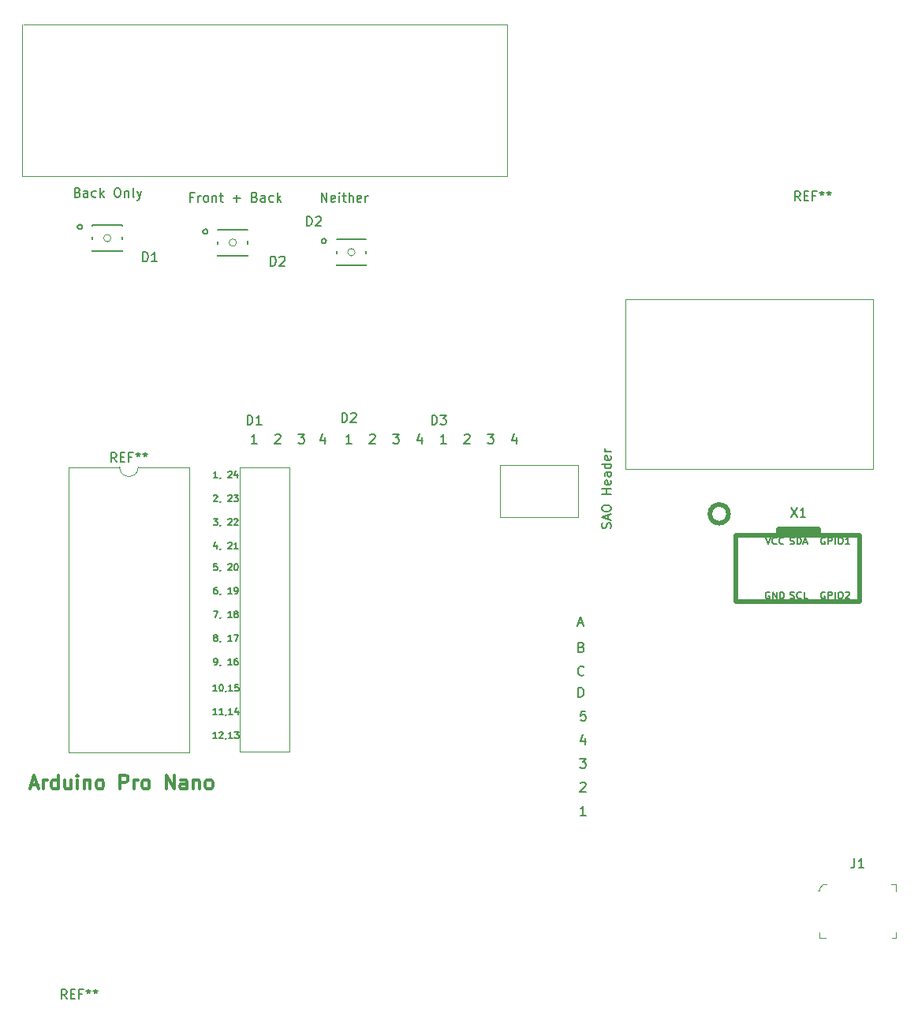
<source format=gbr>
G04 #@! TF.GenerationSoftware,KiCad,Pcbnew,(5.1.4)-1*
G04 #@! TF.CreationDate,2019-09-21T18:09:15-04:00*
G04 #@! TF.ProjectId,test2,74657374-322e-46b6-9963-61645f706362,rev?*
G04 #@! TF.SameCoordinates,Original*
G04 #@! TF.FileFunction,Legend,Top*
G04 #@! TF.FilePolarity,Positive*
%FSLAX46Y46*%
G04 Gerber Fmt 4.6, Leading zero omitted, Abs format (unit mm)*
G04 Created by KiCad (PCBNEW (5.1.4)-1) date 2019-09-21 18:09:15*
%MOMM*%
%LPD*%
G04 APERTURE LIST*
%ADD10C,0.150000*%
%ADD11C,0.120000*%
%ADD12C,0.300000*%
%ADD13C,0.100000*%
%ADD14C,0.127000*%
%ADD15C,0.063500*%
%ADD16C,0.500000*%
%ADD17C,0.152400*%
G04 APERTURE END LIST*
D10*
X130294095Y-118562380D02*
X130294095Y-117562380D01*
X130532190Y-117562380D01*
X130675047Y-117610000D01*
X130770285Y-117705238D01*
X130817904Y-117800476D01*
X130865523Y-117990952D01*
X130865523Y-118133809D01*
X130817904Y-118324285D01*
X130770285Y-118419523D01*
X130675047Y-118514761D01*
X130532190Y-118562380D01*
X130294095Y-118562380D01*
X130865523Y-116181142D02*
X130817904Y-116228761D01*
X130675047Y-116276380D01*
X130579809Y-116276380D01*
X130436952Y-116228761D01*
X130341714Y-116133523D01*
X130294095Y-116038285D01*
X130246476Y-115847809D01*
X130246476Y-115704952D01*
X130294095Y-115514476D01*
X130341714Y-115419238D01*
X130436952Y-115324000D01*
X130579809Y-115276380D01*
X130675047Y-115276380D01*
X130817904Y-115324000D01*
X130865523Y-115371619D01*
X130627428Y-113212571D02*
X130770285Y-113260190D01*
X130817904Y-113307809D01*
X130865523Y-113403047D01*
X130865523Y-113545904D01*
X130817904Y-113641142D01*
X130770285Y-113688761D01*
X130675047Y-113736380D01*
X130294095Y-113736380D01*
X130294095Y-112736380D01*
X130627428Y-112736380D01*
X130722666Y-112784000D01*
X130770285Y-112831619D01*
X130817904Y-112926857D01*
X130817904Y-113022095D01*
X130770285Y-113117333D01*
X130722666Y-113164952D01*
X130627428Y-113212571D01*
X130294095Y-113212571D01*
X130317904Y-110656666D02*
X130794095Y-110656666D01*
X130222666Y-110942380D02*
X130556000Y-109942380D01*
X130889333Y-110942380D01*
X131095714Y-131262380D02*
X130524285Y-131262380D01*
X130810000Y-131262380D02*
X130810000Y-130262380D01*
X130714761Y-130405238D01*
X130619523Y-130500476D01*
X130524285Y-130548095D01*
X130524285Y-127817619D02*
X130571904Y-127770000D01*
X130667142Y-127722380D01*
X130905238Y-127722380D01*
X131000476Y-127770000D01*
X131048095Y-127817619D01*
X131095714Y-127912857D01*
X131095714Y-128008095D01*
X131048095Y-128150952D01*
X130476666Y-128722380D01*
X131095714Y-128722380D01*
X130476666Y-125182380D02*
X131095714Y-125182380D01*
X130762380Y-125563333D01*
X130905238Y-125563333D01*
X131000476Y-125610952D01*
X131048095Y-125658571D01*
X131095714Y-125753809D01*
X131095714Y-125991904D01*
X131048095Y-126087142D01*
X131000476Y-126134761D01*
X130905238Y-126182380D01*
X130619523Y-126182380D01*
X130524285Y-126134761D01*
X130476666Y-126087142D01*
X131000476Y-122975714D02*
X131000476Y-123642380D01*
X130762380Y-122594761D02*
X130524285Y-123309047D01*
X131143333Y-123309047D01*
X131048095Y-120102380D02*
X130571904Y-120102380D01*
X130524285Y-120578571D01*
X130571904Y-120530952D01*
X130667142Y-120483333D01*
X130905238Y-120483333D01*
X131000476Y-120530952D01*
X131048095Y-120578571D01*
X131095714Y-120673809D01*
X131095714Y-120911904D01*
X131048095Y-121007142D01*
X131000476Y-121054761D01*
X130905238Y-121102380D01*
X130667142Y-121102380D01*
X130571904Y-121054761D01*
X130524285Y-121007142D01*
X133754761Y-100480285D02*
X133802380Y-100337428D01*
X133802380Y-100099333D01*
X133754761Y-100004095D01*
X133707142Y-99956476D01*
X133611904Y-99908857D01*
X133516666Y-99908857D01*
X133421428Y-99956476D01*
X133373809Y-100004095D01*
X133326190Y-100099333D01*
X133278571Y-100289809D01*
X133230952Y-100385047D01*
X133183333Y-100432666D01*
X133088095Y-100480285D01*
X132992857Y-100480285D01*
X132897619Y-100432666D01*
X132850000Y-100385047D01*
X132802380Y-100289809D01*
X132802380Y-100051714D01*
X132850000Y-99908857D01*
X133516666Y-99527904D02*
X133516666Y-99051714D01*
X133802380Y-99623142D02*
X132802380Y-99289809D01*
X133802380Y-98956476D01*
X132802380Y-98432666D02*
X132802380Y-98242190D01*
X132850000Y-98146952D01*
X132945238Y-98051714D01*
X133135714Y-98004095D01*
X133469047Y-98004095D01*
X133659523Y-98051714D01*
X133754761Y-98146952D01*
X133802380Y-98242190D01*
X133802380Y-98432666D01*
X133754761Y-98527904D01*
X133659523Y-98623142D01*
X133469047Y-98670761D01*
X133135714Y-98670761D01*
X132945238Y-98623142D01*
X132850000Y-98527904D01*
X132802380Y-98432666D01*
X133802380Y-96813619D02*
X132802380Y-96813619D01*
X133278571Y-96813619D02*
X133278571Y-96242190D01*
X133802380Y-96242190D02*
X132802380Y-96242190D01*
X133754761Y-95385047D02*
X133802380Y-95480285D01*
X133802380Y-95670761D01*
X133754761Y-95766000D01*
X133659523Y-95813619D01*
X133278571Y-95813619D01*
X133183333Y-95766000D01*
X133135714Y-95670761D01*
X133135714Y-95480285D01*
X133183333Y-95385047D01*
X133278571Y-95337428D01*
X133373809Y-95337428D01*
X133469047Y-95813619D01*
X133802380Y-94480285D02*
X133278571Y-94480285D01*
X133183333Y-94527904D01*
X133135714Y-94623142D01*
X133135714Y-94813619D01*
X133183333Y-94908857D01*
X133754761Y-94480285D02*
X133802380Y-94575523D01*
X133802380Y-94813619D01*
X133754761Y-94908857D01*
X133659523Y-94956476D01*
X133564285Y-94956476D01*
X133469047Y-94908857D01*
X133421428Y-94813619D01*
X133421428Y-94575523D01*
X133373809Y-94480285D01*
X133802380Y-93575523D02*
X132802380Y-93575523D01*
X133754761Y-93575523D02*
X133802380Y-93670761D01*
X133802380Y-93861238D01*
X133754761Y-93956476D01*
X133707142Y-94004095D01*
X133611904Y-94051714D01*
X133326190Y-94051714D01*
X133230952Y-94004095D01*
X133183333Y-93956476D01*
X133135714Y-93861238D01*
X133135714Y-93670761D01*
X133183333Y-93575523D01*
X133754761Y-92718380D02*
X133802380Y-92813619D01*
X133802380Y-93004095D01*
X133754761Y-93099333D01*
X133659523Y-93146952D01*
X133278571Y-93146952D01*
X133183333Y-93099333D01*
X133135714Y-93004095D01*
X133135714Y-92813619D01*
X133183333Y-92718380D01*
X133278571Y-92670761D01*
X133373809Y-92670761D01*
X133469047Y-93146952D01*
X133802380Y-92242190D02*
X133135714Y-92242190D01*
X133326190Y-92242190D02*
X133230952Y-92194571D01*
X133183333Y-92146952D01*
X133135714Y-92051714D01*
X133135714Y-91956476D01*
D11*
X130302000Y-93726000D02*
X121920000Y-93726000D01*
X130302000Y-99314000D02*
X130302000Y-93726000D01*
X121920000Y-99314000D02*
X130302000Y-99314000D01*
X121920000Y-93726000D02*
X121920000Y-99314000D01*
D10*
X91489333Y-122998666D02*
X91089333Y-122998666D01*
X91289333Y-122998666D02*
X91289333Y-122298666D01*
X91222666Y-122398666D01*
X91156000Y-122465333D01*
X91089333Y-122498666D01*
X91756000Y-122365333D02*
X91789333Y-122332000D01*
X91856000Y-122298666D01*
X92022666Y-122298666D01*
X92089333Y-122332000D01*
X92122666Y-122365333D01*
X92156000Y-122432000D01*
X92156000Y-122498666D01*
X92122666Y-122598666D01*
X91722666Y-122998666D01*
X92156000Y-122998666D01*
X92489333Y-122965333D02*
X92489333Y-122998666D01*
X92456000Y-123065333D01*
X92422666Y-123098666D01*
X93156000Y-122998666D02*
X92756000Y-122998666D01*
X92956000Y-122998666D02*
X92956000Y-122298666D01*
X92889333Y-122398666D01*
X92822666Y-122465333D01*
X92756000Y-122498666D01*
X93389333Y-122298666D02*
X93822666Y-122298666D01*
X93589333Y-122565333D01*
X93689333Y-122565333D01*
X93756000Y-122598666D01*
X93789333Y-122632000D01*
X93822666Y-122698666D01*
X93822666Y-122865333D01*
X93789333Y-122932000D01*
X93756000Y-122965333D01*
X93689333Y-122998666D01*
X93489333Y-122998666D01*
X93422666Y-122965333D01*
X93389333Y-122932000D01*
X91489333Y-120458666D02*
X91089333Y-120458666D01*
X91289333Y-120458666D02*
X91289333Y-119758666D01*
X91222666Y-119858666D01*
X91156000Y-119925333D01*
X91089333Y-119958666D01*
X92156000Y-120458666D02*
X91756000Y-120458666D01*
X91956000Y-120458666D02*
X91956000Y-119758666D01*
X91889333Y-119858666D01*
X91822666Y-119925333D01*
X91756000Y-119958666D01*
X92489333Y-120425333D02*
X92489333Y-120458666D01*
X92456000Y-120525333D01*
X92422666Y-120558666D01*
X93156000Y-120458666D02*
X92756000Y-120458666D01*
X92956000Y-120458666D02*
X92956000Y-119758666D01*
X92889333Y-119858666D01*
X92822666Y-119925333D01*
X92756000Y-119958666D01*
X93756000Y-119992000D02*
X93756000Y-120458666D01*
X93589333Y-119725333D02*
X93422666Y-120225333D01*
X93856000Y-120225333D01*
X91489333Y-117918666D02*
X91089333Y-117918666D01*
X91289333Y-117918666D02*
X91289333Y-117218666D01*
X91222666Y-117318666D01*
X91156000Y-117385333D01*
X91089333Y-117418666D01*
X91922666Y-117218666D02*
X91989333Y-117218666D01*
X92056000Y-117252000D01*
X92089333Y-117285333D01*
X92122666Y-117352000D01*
X92156000Y-117485333D01*
X92156000Y-117652000D01*
X92122666Y-117785333D01*
X92089333Y-117852000D01*
X92056000Y-117885333D01*
X91989333Y-117918666D01*
X91922666Y-117918666D01*
X91856000Y-117885333D01*
X91822666Y-117852000D01*
X91789333Y-117785333D01*
X91756000Y-117652000D01*
X91756000Y-117485333D01*
X91789333Y-117352000D01*
X91822666Y-117285333D01*
X91856000Y-117252000D01*
X91922666Y-117218666D01*
X92489333Y-117885333D02*
X92489333Y-117918666D01*
X92456000Y-117985333D01*
X92422666Y-118018666D01*
X93156000Y-117918666D02*
X92756000Y-117918666D01*
X92956000Y-117918666D02*
X92956000Y-117218666D01*
X92889333Y-117318666D01*
X92822666Y-117385333D01*
X92756000Y-117418666D01*
X93789333Y-117218666D02*
X93456000Y-117218666D01*
X93422666Y-117552000D01*
X93456000Y-117518666D01*
X93522666Y-117485333D01*
X93689333Y-117485333D01*
X93756000Y-117518666D01*
X93789333Y-117552000D01*
X93822666Y-117618666D01*
X93822666Y-117785333D01*
X93789333Y-117852000D01*
X93756000Y-117885333D01*
X93689333Y-117918666D01*
X93522666Y-117918666D01*
X93456000Y-117885333D01*
X93422666Y-117852000D01*
X91222666Y-115124666D02*
X91356000Y-115124666D01*
X91422666Y-115091333D01*
X91456000Y-115058000D01*
X91522666Y-114958000D01*
X91556000Y-114824666D01*
X91556000Y-114558000D01*
X91522666Y-114491333D01*
X91489333Y-114458000D01*
X91422666Y-114424666D01*
X91289333Y-114424666D01*
X91222666Y-114458000D01*
X91189333Y-114491333D01*
X91156000Y-114558000D01*
X91156000Y-114724666D01*
X91189333Y-114791333D01*
X91222666Y-114824666D01*
X91289333Y-114858000D01*
X91422666Y-114858000D01*
X91489333Y-114824666D01*
X91522666Y-114791333D01*
X91556000Y-114724666D01*
X91889333Y-115091333D02*
X91889333Y-115124666D01*
X91856000Y-115191333D01*
X91822666Y-115224666D01*
X93089333Y-115124666D02*
X92689333Y-115124666D01*
X92889333Y-115124666D02*
X92889333Y-114424666D01*
X92822666Y-114524666D01*
X92756000Y-114591333D01*
X92689333Y-114624666D01*
X93689333Y-114424666D02*
X93556000Y-114424666D01*
X93489333Y-114458000D01*
X93456000Y-114491333D01*
X93389333Y-114591333D01*
X93356000Y-114724666D01*
X93356000Y-114991333D01*
X93389333Y-115058000D01*
X93422666Y-115091333D01*
X93489333Y-115124666D01*
X93622666Y-115124666D01*
X93689333Y-115091333D01*
X93722666Y-115058000D01*
X93756000Y-114991333D01*
X93756000Y-114824666D01*
X93722666Y-114758000D01*
X93689333Y-114724666D01*
X93622666Y-114691333D01*
X93489333Y-114691333D01*
X93422666Y-114724666D01*
X93389333Y-114758000D01*
X93356000Y-114824666D01*
X91289333Y-112184666D02*
X91222666Y-112151333D01*
X91189333Y-112118000D01*
X91156000Y-112051333D01*
X91156000Y-112018000D01*
X91189333Y-111951333D01*
X91222666Y-111918000D01*
X91289333Y-111884666D01*
X91422666Y-111884666D01*
X91489333Y-111918000D01*
X91522666Y-111951333D01*
X91556000Y-112018000D01*
X91556000Y-112051333D01*
X91522666Y-112118000D01*
X91489333Y-112151333D01*
X91422666Y-112184666D01*
X91289333Y-112184666D01*
X91222666Y-112218000D01*
X91189333Y-112251333D01*
X91156000Y-112318000D01*
X91156000Y-112451333D01*
X91189333Y-112518000D01*
X91222666Y-112551333D01*
X91289333Y-112584666D01*
X91422666Y-112584666D01*
X91489333Y-112551333D01*
X91522666Y-112518000D01*
X91556000Y-112451333D01*
X91556000Y-112318000D01*
X91522666Y-112251333D01*
X91489333Y-112218000D01*
X91422666Y-112184666D01*
X91889333Y-112551333D02*
X91889333Y-112584666D01*
X91856000Y-112651333D01*
X91822666Y-112684666D01*
X93089333Y-112584666D02*
X92689333Y-112584666D01*
X92889333Y-112584666D02*
X92889333Y-111884666D01*
X92822666Y-111984666D01*
X92756000Y-112051333D01*
X92689333Y-112084666D01*
X93322666Y-111884666D02*
X93789333Y-111884666D01*
X93489333Y-112584666D01*
X91122666Y-109344666D02*
X91589333Y-109344666D01*
X91289333Y-110044666D01*
X91889333Y-110011333D02*
X91889333Y-110044666D01*
X91856000Y-110111333D01*
X91822666Y-110144666D01*
X93089333Y-110044666D02*
X92689333Y-110044666D01*
X92889333Y-110044666D02*
X92889333Y-109344666D01*
X92822666Y-109444666D01*
X92756000Y-109511333D01*
X92689333Y-109544666D01*
X93489333Y-109644666D02*
X93422666Y-109611333D01*
X93389333Y-109578000D01*
X93356000Y-109511333D01*
X93356000Y-109478000D01*
X93389333Y-109411333D01*
X93422666Y-109378000D01*
X93489333Y-109344666D01*
X93622666Y-109344666D01*
X93689333Y-109378000D01*
X93722666Y-109411333D01*
X93756000Y-109478000D01*
X93756000Y-109511333D01*
X93722666Y-109578000D01*
X93689333Y-109611333D01*
X93622666Y-109644666D01*
X93489333Y-109644666D01*
X93422666Y-109678000D01*
X93389333Y-109711333D01*
X93356000Y-109778000D01*
X93356000Y-109911333D01*
X93389333Y-109978000D01*
X93422666Y-110011333D01*
X93489333Y-110044666D01*
X93622666Y-110044666D01*
X93689333Y-110011333D01*
X93722666Y-109978000D01*
X93756000Y-109911333D01*
X93756000Y-109778000D01*
X93722666Y-109711333D01*
X93689333Y-109678000D01*
X93622666Y-109644666D01*
X91489333Y-106804666D02*
X91356000Y-106804666D01*
X91289333Y-106838000D01*
X91256000Y-106871333D01*
X91189333Y-106971333D01*
X91156000Y-107104666D01*
X91156000Y-107371333D01*
X91189333Y-107438000D01*
X91222666Y-107471333D01*
X91289333Y-107504666D01*
X91422666Y-107504666D01*
X91489333Y-107471333D01*
X91522666Y-107438000D01*
X91556000Y-107371333D01*
X91556000Y-107204666D01*
X91522666Y-107138000D01*
X91489333Y-107104666D01*
X91422666Y-107071333D01*
X91289333Y-107071333D01*
X91222666Y-107104666D01*
X91189333Y-107138000D01*
X91156000Y-107204666D01*
X91889333Y-107471333D02*
X91889333Y-107504666D01*
X91856000Y-107571333D01*
X91822666Y-107604666D01*
X93089333Y-107504666D02*
X92689333Y-107504666D01*
X92889333Y-107504666D02*
X92889333Y-106804666D01*
X92822666Y-106904666D01*
X92756000Y-106971333D01*
X92689333Y-107004666D01*
X93422666Y-107504666D02*
X93556000Y-107504666D01*
X93622666Y-107471333D01*
X93656000Y-107438000D01*
X93722666Y-107338000D01*
X93756000Y-107204666D01*
X93756000Y-106938000D01*
X93722666Y-106871333D01*
X93689333Y-106838000D01*
X93622666Y-106804666D01*
X93489333Y-106804666D01*
X93422666Y-106838000D01*
X93389333Y-106871333D01*
X93356000Y-106938000D01*
X93356000Y-107104666D01*
X93389333Y-107171333D01*
X93422666Y-107204666D01*
X93489333Y-107238000D01*
X93622666Y-107238000D01*
X93689333Y-107204666D01*
X93722666Y-107171333D01*
X93756000Y-107104666D01*
X91522666Y-104264666D02*
X91189333Y-104264666D01*
X91156000Y-104598000D01*
X91189333Y-104564666D01*
X91256000Y-104531333D01*
X91422666Y-104531333D01*
X91489333Y-104564666D01*
X91522666Y-104598000D01*
X91556000Y-104664666D01*
X91556000Y-104831333D01*
X91522666Y-104898000D01*
X91489333Y-104931333D01*
X91422666Y-104964666D01*
X91256000Y-104964666D01*
X91189333Y-104931333D01*
X91156000Y-104898000D01*
X91889333Y-104931333D02*
X91889333Y-104964666D01*
X91856000Y-105031333D01*
X91822666Y-105064666D01*
X92689333Y-104331333D02*
X92722666Y-104298000D01*
X92789333Y-104264666D01*
X92956000Y-104264666D01*
X93022666Y-104298000D01*
X93056000Y-104331333D01*
X93089333Y-104398000D01*
X93089333Y-104464666D01*
X93056000Y-104564666D01*
X92656000Y-104964666D01*
X93089333Y-104964666D01*
X93522666Y-104264666D02*
X93589333Y-104264666D01*
X93656000Y-104298000D01*
X93689333Y-104331333D01*
X93722666Y-104398000D01*
X93756000Y-104531333D01*
X93756000Y-104698000D01*
X93722666Y-104831333D01*
X93689333Y-104898000D01*
X93656000Y-104931333D01*
X93589333Y-104964666D01*
X93522666Y-104964666D01*
X93456000Y-104931333D01*
X93422666Y-104898000D01*
X93389333Y-104831333D01*
X93356000Y-104698000D01*
X93356000Y-104531333D01*
X93389333Y-104398000D01*
X93422666Y-104331333D01*
X93456000Y-104298000D01*
X93522666Y-104264666D01*
X91489333Y-102212000D02*
X91489333Y-102678666D01*
X91322666Y-101945333D02*
X91156000Y-102445333D01*
X91589333Y-102445333D01*
X91889333Y-102645333D02*
X91889333Y-102678666D01*
X91856000Y-102745333D01*
X91822666Y-102778666D01*
X92689333Y-102045333D02*
X92722666Y-102012000D01*
X92789333Y-101978666D01*
X92956000Y-101978666D01*
X93022666Y-102012000D01*
X93056000Y-102045333D01*
X93089333Y-102112000D01*
X93089333Y-102178666D01*
X93056000Y-102278666D01*
X92656000Y-102678666D01*
X93089333Y-102678666D01*
X93756000Y-102678666D02*
X93356000Y-102678666D01*
X93556000Y-102678666D02*
X93556000Y-101978666D01*
X93489333Y-102078666D01*
X93422666Y-102145333D01*
X93356000Y-102178666D01*
X91122666Y-99438666D02*
X91556000Y-99438666D01*
X91322666Y-99705333D01*
X91422666Y-99705333D01*
X91489333Y-99738666D01*
X91522666Y-99772000D01*
X91556000Y-99838666D01*
X91556000Y-100005333D01*
X91522666Y-100072000D01*
X91489333Y-100105333D01*
X91422666Y-100138666D01*
X91222666Y-100138666D01*
X91156000Y-100105333D01*
X91122666Y-100072000D01*
X91889333Y-100105333D02*
X91889333Y-100138666D01*
X91856000Y-100205333D01*
X91822666Y-100238666D01*
X92689333Y-99505333D02*
X92722666Y-99472000D01*
X92789333Y-99438666D01*
X92956000Y-99438666D01*
X93022666Y-99472000D01*
X93056000Y-99505333D01*
X93089333Y-99572000D01*
X93089333Y-99638666D01*
X93056000Y-99738666D01*
X92656000Y-100138666D01*
X93089333Y-100138666D01*
X93356000Y-99505333D02*
X93389333Y-99472000D01*
X93456000Y-99438666D01*
X93622666Y-99438666D01*
X93689333Y-99472000D01*
X93722666Y-99505333D01*
X93756000Y-99572000D01*
X93756000Y-99638666D01*
X93722666Y-99738666D01*
X93322666Y-100138666D01*
X93756000Y-100138666D01*
X91156000Y-96965333D02*
X91189333Y-96932000D01*
X91256000Y-96898666D01*
X91422666Y-96898666D01*
X91489333Y-96932000D01*
X91522666Y-96965333D01*
X91556000Y-97032000D01*
X91556000Y-97098666D01*
X91522666Y-97198666D01*
X91122666Y-97598666D01*
X91556000Y-97598666D01*
X91889333Y-97565333D02*
X91889333Y-97598666D01*
X91856000Y-97665333D01*
X91822666Y-97698666D01*
X92689333Y-96965333D02*
X92722666Y-96932000D01*
X92789333Y-96898666D01*
X92956000Y-96898666D01*
X93022666Y-96932000D01*
X93056000Y-96965333D01*
X93089333Y-97032000D01*
X93089333Y-97098666D01*
X93056000Y-97198666D01*
X92656000Y-97598666D01*
X93089333Y-97598666D01*
X93322666Y-96898666D02*
X93756000Y-96898666D01*
X93522666Y-97165333D01*
X93622666Y-97165333D01*
X93689333Y-97198666D01*
X93722666Y-97232000D01*
X93756000Y-97298666D01*
X93756000Y-97465333D01*
X93722666Y-97532000D01*
X93689333Y-97565333D01*
X93622666Y-97598666D01*
X93422666Y-97598666D01*
X93356000Y-97565333D01*
X93322666Y-97532000D01*
X91556000Y-95058666D02*
X91156000Y-95058666D01*
X91356000Y-95058666D02*
X91356000Y-94358666D01*
X91289333Y-94458666D01*
X91222666Y-94525333D01*
X91156000Y-94558666D01*
X91889333Y-95025333D02*
X91889333Y-95058666D01*
X91856000Y-95125333D01*
X91822666Y-95158666D01*
X92689333Y-94425333D02*
X92722666Y-94392000D01*
X92789333Y-94358666D01*
X92956000Y-94358666D01*
X93022666Y-94392000D01*
X93056000Y-94425333D01*
X93089333Y-94492000D01*
X93089333Y-94558666D01*
X93056000Y-94658666D01*
X92656000Y-95058666D01*
X93089333Y-95058666D01*
X93689333Y-94592000D02*
X93689333Y-95058666D01*
X93522666Y-94325333D02*
X93356000Y-94825333D01*
X93789333Y-94825333D01*
D11*
X99314000Y-93980000D02*
X93980000Y-93980000D01*
X99314000Y-124460000D02*
X99314000Y-93980000D01*
X93980000Y-124460000D02*
X99314000Y-124460000D01*
X93980000Y-93980000D02*
X93980000Y-124460000D01*
D10*
X123634476Y-90717714D02*
X123634476Y-91384380D01*
X123396380Y-90336761D02*
X123158285Y-91051047D01*
X123777333Y-91051047D01*
X120570666Y-90384380D02*
X121189714Y-90384380D01*
X120856380Y-90765333D01*
X120999238Y-90765333D01*
X121094476Y-90812952D01*
X121142095Y-90860571D01*
X121189714Y-90955809D01*
X121189714Y-91193904D01*
X121142095Y-91289142D01*
X121094476Y-91336761D01*
X120999238Y-91384380D01*
X120713523Y-91384380D01*
X120618285Y-91336761D01*
X120570666Y-91289142D01*
X118078285Y-90479619D02*
X118125904Y-90432000D01*
X118221142Y-90384380D01*
X118459238Y-90384380D01*
X118554476Y-90432000D01*
X118602095Y-90479619D01*
X118649714Y-90574857D01*
X118649714Y-90670095D01*
X118602095Y-90812952D01*
X118030666Y-91384380D01*
X118649714Y-91384380D01*
X116109714Y-91384380D02*
X115538285Y-91384380D01*
X115824000Y-91384380D02*
X115824000Y-90384380D01*
X115728761Y-90527238D01*
X115633523Y-90622476D01*
X115538285Y-90670095D01*
X114577904Y-89352380D02*
X114577904Y-88352380D01*
X114816000Y-88352380D01*
X114958857Y-88400000D01*
X115054095Y-88495238D01*
X115101714Y-88590476D01*
X115149333Y-88780952D01*
X115149333Y-88923809D01*
X115101714Y-89114285D01*
X115054095Y-89209523D01*
X114958857Y-89304761D01*
X114816000Y-89352380D01*
X114577904Y-89352380D01*
X115482666Y-88352380D02*
X116101714Y-88352380D01*
X115768380Y-88733333D01*
X115911238Y-88733333D01*
X116006476Y-88780952D01*
X116054095Y-88828571D01*
X116101714Y-88923809D01*
X116101714Y-89161904D01*
X116054095Y-89257142D01*
X116006476Y-89304761D01*
X115911238Y-89352380D01*
X115625523Y-89352380D01*
X115530285Y-89304761D01*
X115482666Y-89257142D01*
X103060476Y-90717714D02*
X103060476Y-91384380D01*
X102822380Y-90336761D02*
X102584285Y-91051047D01*
X103203333Y-91051047D01*
X100250666Y-90384380D02*
X100869714Y-90384380D01*
X100536380Y-90765333D01*
X100679238Y-90765333D01*
X100774476Y-90812952D01*
X100822095Y-90860571D01*
X100869714Y-90955809D01*
X100869714Y-91193904D01*
X100822095Y-91289142D01*
X100774476Y-91336761D01*
X100679238Y-91384380D01*
X100393523Y-91384380D01*
X100298285Y-91336761D01*
X100250666Y-91289142D01*
X97758285Y-90479619D02*
X97805904Y-90432000D01*
X97901142Y-90384380D01*
X98139238Y-90384380D01*
X98234476Y-90432000D01*
X98282095Y-90479619D01*
X98329714Y-90574857D01*
X98329714Y-90670095D01*
X98282095Y-90812952D01*
X97710666Y-91384380D01*
X98329714Y-91384380D01*
X95789714Y-91384380D02*
X95218285Y-91384380D01*
X95504000Y-91384380D02*
X95504000Y-90384380D01*
X95408761Y-90527238D01*
X95313523Y-90622476D01*
X95218285Y-90670095D01*
X94765904Y-89352380D02*
X94765904Y-88352380D01*
X95004000Y-88352380D01*
X95146857Y-88400000D01*
X95242095Y-88495238D01*
X95289714Y-88590476D01*
X95337333Y-88780952D01*
X95337333Y-88923809D01*
X95289714Y-89114285D01*
X95242095Y-89209523D01*
X95146857Y-89304761D01*
X95004000Y-89352380D01*
X94765904Y-89352380D01*
X96289714Y-89352380D02*
X95718285Y-89352380D01*
X96004000Y-89352380D02*
X96004000Y-88352380D01*
X95908761Y-88495238D01*
X95813523Y-88590476D01*
X95718285Y-88638095D01*
X113474476Y-90717714D02*
X113474476Y-91384380D01*
X113236380Y-90336761D02*
X112998285Y-91051047D01*
X113617333Y-91051047D01*
X110410666Y-90384380D02*
X111029714Y-90384380D01*
X110696380Y-90765333D01*
X110839238Y-90765333D01*
X110934476Y-90812952D01*
X110982095Y-90860571D01*
X111029714Y-90955809D01*
X111029714Y-91193904D01*
X110982095Y-91289142D01*
X110934476Y-91336761D01*
X110839238Y-91384380D01*
X110553523Y-91384380D01*
X110458285Y-91336761D01*
X110410666Y-91289142D01*
X107918285Y-90479619D02*
X107965904Y-90432000D01*
X108061142Y-90384380D01*
X108299238Y-90384380D01*
X108394476Y-90432000D01*
X108442095Y-90479619D01*
X108489714Y-90574857D01*
X108489714Y-90670095D01*
X108442095Y-90812952D01*
X107870666Y-91384380D01*
X108489714Y-91384380D01*
X105949714Y-91384380D02*
X105378285Y-91384380D01*
X105664000Y-91384380D02*
X105664000Y-90384380D01*
X105568761Y-90527238D01*
X105473523Y-90622476D01*
X105378285Y-90670095D01*
X104925904Y-89098380D02*
X104925904Y-88098380D01*
X105164000Y-88098380D01*
X105306857Y-88146000D01*
X105402095Y-88241238D01*
X105449714Y-88336476D01*
X105497333Y-88526952D01*
X105497333Y-88669809D01*
X105449714Y-88860285D01*
X105402095Y-88955523D01*
X105306857Y-89050761D01*
X105164000Y-89098380D01*
X104925904Y-89098380D01*
X105878285Y-88193619D02*
X105925904Y-88146000D01*
X106021142Y-88098380D01*
X106259238Y-88098380D01*
X106354476Y-88146000D01*
X106402095Y-88193619D01*
X106449714Y-88288857D01*
X106449714Y-88384095D01*
X106402095Y-88526952D01*
X105830666Y-89098380D01*
X106449714Y-89098380D01*
D12*
X71530000Y-128012000D02*
X72244285Y-128012000D01*
X71387142Y-128440571D02*
X71887142Y-126940571D01*
X72387142Y-128440571D01*
X72887142Y-128440571D02*
X72887142Y-127440571D01*
X72887142Y-127726285D02*
X72958571Y-127583428D01*
X73030000Y-127512000D01*
X73172857Y-127440571D01*
X73315714Y-127440571D01*
X74458571Y-128440571D02*
X74458571Y-126940571D01*
X74458571Y-128369142D02*
X74315714Y-128440571D01*
X74030000Y-128440571D01*
X73887142Y-128369142D01*
X73815714Y-128297714D01*
X73744285Y-128154857D01*
X73744285Y-127726285D01*
X73815714Y-127583428D01*
X73887142Y-127512000D01*
X74030000Y-127440571D01*
X74315714Y-127440571D01*
X74458571Y-127512000D01*
X75815714Y-127440571D02*
X75815714Y-128440571D01*
X75172857Y-127440571D02*
X75172857Y-128226285D01*
X75244285Y-128369142D01*
X75387142Y-128440571D01*
X75601428Y-128440571D01*
X75744285Y-128369142D01*
X75815714Y-128297714D01*
X76530000Y-128440571D02*
X76530000Y-127440571D01*
X76530000Y-126940571D02*
X76458571Y-127012000D01*
X76530000Y-127083428D01*
X76601428Y-127012000D01*
X76530000Y-126940571D01*
X76530000Y-127083428D01*
X77244285Y-127440571D02*
X77244285Y-128440571D01*
X77244285Y-127583428D02*
X77315714Y-127512000D01*
X77458571Y-127440571D01*
X77672857Y-127440571D01*
X77815714Y-127512000D01*
X77887142Y-127654857D01*
X77887142Y-128440571D01*
X78815714Y-128440571D02*
X78672857Y-128369142D01*
X78601428Y-128297714D01*
X78530000Y-128154857D01*
X78530000Y-127726285D01*
X78601428Y-127583428D01*
X78672857Y-127512000D01*
X78815714Y-127440571D01*
X79030000Y-127440571D01*
X79172857Y-127512000D01*
X79244285Y-127583428D01*
X79315714Y-127726285D01*
X79315714Y-128154857D01*
X79244285Y-128297714D01*
X79172857Y-128369142D01*
X79030000Y-128440571D01*
X78815714Y-128440571D01*
X81101428Y-128440571D02*
X81101428Y-126940571D01*
X81672857Y-126940571D01*
X81815714Y-127012000D01*
X81887142Y-127083428D01*
X81958571Y-127226285D01*
X81958571Y-127440571D01*
X81887142Y-127583428D01*
X81815714Y-127654857D01*
X81672857Y-127726285D01*
X81101428Y-127726285D01*
X82601428Y-128440571D02*
X82601428Y-127440571D01*
X82601428Y-127726285D02*
X82672857Y-127583428D01*
X82744285Y-127512000D01*
X82887142Y-127440571D01*
X83030000Y-127440571D01*
X83744285Y-128440571D02*
X83601428Y-128369142D01*
X83530000Y-128297714D01*
X83458571Y-128154857D01*
X83458571Y-127726285D01*
X83530000Y-127583428D01*
X83601428Y-127512000D01*
X83744285Y-127440571D01*
X83958571Y-127440571D01*
X84101428Y-127512000D01*
X84172857Y-127583428D01*
X84244285Y-127726285D01*
X84244285Y-128154857D01*
X84172857Y-128297714D01*
X84101428Y-128369142D01*
X83958571Y-128440571D01*
X83744285Y-128440571D01*
X86030000Y-128440571D02*
X86030000Y-126940571D01*
X86887142Y-128440571D01*
X86887142Y-126940571D01*
X88244285Y-128440571D02*
X88244285Y-127654857D01*
X88172857Y-127512000D01*
X88030000Y-127440571D01*
X87744285Y-127440571D01*
X87601428Y-127512000D01*
X88244285Y-128369142D02*
X88101428Y-128440571D01*
X87744285Y-128440571D01*
X87601428Y-128369142D01*
X87530000Y-128226285D01*
X87530000Y-128083428D01*
X87601428Y-127940571D01*
X87744285Y-127869142D01*
X88101428Y-127869142D01*
X88244285Y-127797714D01*
X88958571Y-127440571D02*
X88958571Y-128440571D01*
X88958571Y-127583428D02*
X89030000Y-127512000D01*
X89172857Y-127440571D01*
X89387142Y-127440571D01*
X89530000Y-127512000D01*
X89601428Y-127654857D01*
X89601428Y-128440571D01*
X90530000Y-128440571D02*
X90387142Y-128369142D01*
X90315714Y-128297714D01*
X90244285Y-128154857D01*
X90244285Y-127726285D01*
X90315714Y-127583428D01*
X90387142Y-127512000D01*
X90530000Y-127440571D01*
X90744285Y-127440571D01*
X90887142Y-127512000D01*
X90958571Y-127583428D01*
X91030000Y-127726285D01*
X91030000Y-128154857D01*
X90958571Y-128297714D01*
X90887142Y-128369142D01*
X90744285Y-128440571D01*
X90530000Y-128440571D01*
D10*
X102727428Y-65476380D02*
X102727428Y-64476380D01*
X103298857Y-65476380D01*
X103298857Y-64476380D01*
X104156000Y-65428761D02*
X104060761Y-65476380D01*
X103870285Y-65476380D01*
X103775047Y-65428761D01*
X103727428Y-65333523D01*
X103727428Y-64952571D01*
X103775047Y-64857333D01*
X103870285Y-64809714D01*
X104060761Y-64809714D01*
X104156000Y-64857333D01*
X104203619Y-64952571D01*
X104203619Y-65047809D01*
X103727428Y-65143047D01*
X104632190Y-65476380D02*
X104632190Y-64809714D01*
X104632190Y-64476380D02*
X104584571Y-64524000D01*
X104632190Y-64571619D01*
X104679809Y-64524000D01*
X104632190Y-64476380D01*
X104632190Y-64571619D01*
X104965523Y-64809714D02*
X105346476Y-64809714D01*
X105108380Y-64476380D02*
X105108380Y-65333523D01*
X105156000Y-65428761D01*
X105251238Y-65476380D01*
X105346476Y-65476380D01*
X105679809Y-65476380D02*
X105679809Y-64476380D01*
X106108380Y-65476380D02*
X106108380Y-64952571D01*
X106060761Y-64857333D01*
X105965523Y-64809714D01*
X105822666Y-64809714D01*
X105727428Y-64857333D01*
X105679809Y-64904952D01*
X106965523Y-65428761D02*
X106870285Y-65476380D01*
X106679809Y-65476380D01*
X106584571Y-65428761D01*
X106536952Y-65333523D01*
X106536952Y-64952571D01*
X106584571Y-64857333D01*
X106679809Y-64809714D01*
X106870285Y-64809714D01*
X106965523Y-64857333D01*
X107013142Y-64952571D01*
X107013142Y-65047809D01*
X106536952Y-65143047D01*
X107441714Y-65476380D02*
X107441714Y-64809714D01*
X107441714Y-65000190D02*
X107489333Y-64904952D01*
X107536952Y-64857333D01*
X107632190Y-64809714D01*
X107727428Y-64809714D01*
X76541714Y-64444571D02*
X76684571Y-64492190D01*
X76732190Y-64539809D01*
X76779809Y-64635047D01*
X76779809Y-64777904D01*
X76732190Y-64873142D01*
X76684571Y-64920761D01*
X76589333Y-64968380D01*
X76208380Y-64968380D01*
X76208380Y-63968380D01*
X76541714Y-63968380D01*
X76636952Y-64016000D01*
X76684571Y-64063619D01*
X76732190Y-64158857D01*
X76732190Y-64254095D01*
X76684571Y-64349333D01*
X76636952Y-64396952D01*
X76541714Y-64444571D01*
X76208380Y-64444571D01*
X77636952Y-64968380D02*
X77636952Y-64444571D01*
X77589333Y-64349333D01*
X77494095Y-64301714D01*
X77303619Y-64301714D01*
X77208380Y-64349333D01*
X77636952Y-64920761D02*
X77541714Y-64968380D01*
X77303619Y-64968380D01*
X77208380Y-64920761D01*
X77160761Y-64825523D01*
X77160761Y-64730285D01*
X77208380Y-64635047D01*
X77303619Y-64587428D01*
X77541714Y-64587428D01*
X77636952Y-64539809D01*
X78541714Y-64920761D02*
X78446476Y-64968380D01*
X78256000Y-64968380D01*
X78160761Y-64920761D01*
X78113142Y-64873142D01*
X78065523Y-64777904D01*
X78065523Y-64492190D01*
X78113142Y-64396952D01*
X78160761Y-64349333D01*
X78256000Y-64301714D01*
X78446476Y-64301714D01*
X78541714Y-64349333D01*
X78970285Y-64968380D02*
X78970285Y-63968380D01*
X79065523Y-64587428D02*
X79351238Y-64968380D01*
X79351238Y-64301714D02*
X78970285Y-64682666D01*
X80732190Y-63968380D02*
X80922666Y-63968380D01*
X81017904Y-64016000D01*
X81113142Y-64111238D01*
X81160761Y-64301714D01*
X81160761Y-64635047D01*
X81113142Y-64825523D01*
X81017904Y-64920761D01*
X80922666Y-64968380D01*
X80732190Y-64968380D01*
X80636952Y-64920761D01*
X80541714Y-64825523D01*
X80494095Y-64635047D01*
X80494095Y-64301714D01*
X80541714Y-64111238D01*
X80636952Y-64016000D01*
X80732190Y-63968380D01*
X81589333Y-64301714D02*
X81589333Y-64968380D01*
X81589333Y-64396952D02*
X81636952Y-64349333D01*
X81732190Y-64301714D01*
X81875047Y-64301714D01*
X81970285Y-64349333D01*
X82017904Y-64444571D01*
X82017904Y-64968380D01*
X82636952Y-64968380D02*
X82541714Y-64920761D01*
X82494095Y-64825523D01*
X82494095Y-63968380D01*
X82922666Y-64301714D02*
X83160761Y-64968380D01*
X83398857Y-64301714D02*
X83160761Y-64968380D01*
X83065523Y-65206476D01*
X83017904Y-65254095D01*
X82922666Y-65301714D01*
X88948190Y-64952571D02*
X88614857Y-64952571D01*
X88614857Y-65476380D02*
X88614857Y-64476380D01*
X89091047Y-64476380D01*
X89472000Y-65476380D02*
X89472000Y-64809714D01*
X89472000Y-65000190D02*
X89519619Y-64904952D01*
X89567238Y-64857333D01*
X89662476Y-64809714D01*
X89757714Y-64809714D01*
X90233904Y-65476380D02*
X90138666Y-65428761D01*
X90091047Y-65381142D01*
X90043428Y-65285904D01*
X90043428Y-65000190D01*
X90091047Y-64904952D01*
X90138666Y-64857333D01*
X90233904Y-64809714D01*
X90376761Y-64809714D01*
X90472000Y-64857333D01*
X90519619Y-64904952D01*
X90567238Y-65000190D01*
X90567238Y-65285904D01*
X90519619Y-65381142D01*
X90472000Y-65428761D01*
X90376761Y-65476380D01*
X90233904Y-65476380D01*
X90995809Y-64809714D02*
X90995809Y-65476380D01*
X90995809Y-64904952D02*
X91043428Y-64857333D01*
X91138666Y-64809714D01*
X91281523Y-64809714D01*
X91376761Y-64857333D01*
X91424380Y-64952571D01*
X91424380Y-65476380D01*
X91757714Y-64809714D02*
X92138666Y-64809714D01*
X91900571Y-64476380D02*
X91900571Y-65333523D01*
X91948190Y-65428761D01*
X92043428Y-65476380D01*
X92138666Y-65476380D01*
X93233904Y-65095428D02*
X93995809Y-65095428D01*
X93614857Y-65476380D02*
X93614857Y-64714476D01*
X95567238Y-64952571D02*
X95710095Y-65000190D01*
X95757714Y-65047809D01*
X95805333Y-65143047D01*
X95805333Y-65285904D01*
X95757714Y-65381142D01*
X95710095Y-65428761D01*
X95614857Y-65476380D01*
X95233904Y-65476380D01*
X95233904Y-64476380D01*
X95567238Y-64476380D01*
X95662476Y-64524000D01*
X95710095Y-64571619D01*
X95757714Y-64666857D01*
X95757714Y-64762095D01*
X95710095Y-64857333D01*
X95662476Y-64904952D01*
X95567238Y-64952571D01*
X95233904Y-64952571D01*
X96662476Y-65476380D02*
X96662476Y-64952571D01*
X96614857Y-64857333D01*
X96519619Y-64809714D01*
X96329142Y-64809714D01*
X96233904Y-64857333D01*
X96662476Y-65428761D02*
X96567238Y-65476380D01*
X96329142Y-65476380D01*
X96233904Y-65428761D01*
X96186285Y-65333523D01*
X96186285Y-65238285D01*
X96233904Y-65143047D01*
X96329142Y-65095428D01*
X96567238Y-65095428D01*
X96662476Y-65047809D01*
X97567238Y-65428761D02*
X97472000Y-65476380D01*
X97281523Y-65476380D01*
X97186285Y-65428761D01*
X97138666Y-65381142D01*
X97091047Y-65285904D01*
X97091047Y-65000190D01*
X97138666Y-64904952D01*
X97186285Y-64857333D01*
X97281523Y-64809714D01*
X97472000Y-64809714D01*
X97567238Y-64857333D01*
X97995809Y-65476380D02*
X97995809Y-64476380D01*
X98091047Y-65095428D02*
X98376761Y-65476380D01*
X98376761Y-64809714D02*
X97995809Y-65190666D01*
D11*
X135382000Y-94107000D02*
X135382000Y-75946000D01*
X161925000Y-94107000D02*
X135382000Y-94107000D01*
X161925000Y-75946000D02*
X161925000Y-94107000D01*
X135382000Y-75946000D02*
X161925000Y-75946000D01*
X70612000Y-62738000D02*
X70612000Y-46482000D01*
X122682000Y-62738000D02*
X70612000Y-62738000D01*
X122682000Y-46482000D02*
X122682000Y-62738000D01*
X70739000Y-46482000D02*
X122682000Y-46482000D01*
D13*
X156174000Y-143838000D02*
X156174000Y-144388000D01*
X156174000Y-144388000D02*
X156824000Y-144388000D01*
X164374000Y-143788000D02*
X164374000Y-144388000D01*
X164374000Y-144388000D02*
X163974000Y-144388000D01*
X163874000Y-138688000D02*
X164374000Y-138688000D01*
X164374000Y-138688000D02*
X164374000Y-139388000D01*
X156924000Y-138688000D02*
X156474000Y-138688000D01*
X156474000Y-138688000D02*
X156174000Y-139038000D01*
X156174000Y-139038000D02*
X156174000Y-139338000D01*
X156174000Y-139338000D02*
X156024000Y-139338000D01*
D11*
X88502000Y-93920000D02*
X83042000Y-93920000D01*
X88502000Y-124520000D02*
X88502000Y-93920000D01*
X75582000Y-124520000D02*
X88502000Y-124520000D01*
X75582000Y-93920000D02*
X75582000Y-124520000D01*
X81042000Y-93920000D02*
X75582000Y-93920000D01*
X83042000Y-93920000D02*
G75*
G02X81042000Y-93920000I-1000000J0D01*
G01*
D14*
X104320340Y-69466460D02*
X107515660Y-69466460D01*
X107515660Y-72265540D02*
X104320340Y-72265540D01*
X104320340Y-71015860D02*
X104320340Y-70766940D01*
X107515660Y-71015860D02*
X107515660Y-70716140D01*
X107515660Y-72265540D02*
X107515660Y-72214740D01*
X107515660Y-69466460D02*
X107515660Y-69517260D01*
X104320340Y-72265540D02*
X104320340Y-72214740D01*
X104320340Y-69466460D02*
X104320340Y-69517260D01*
X102720140Y-69672200D02*
X102727760Y-69735700D01*
X102727760Y-69735700D02*
X102753160Y-69794120D01*
X102753160Y-69794120D02*
X102791260Y-69844920D01*
X102791260Y-69844920D02*
X102842060Y-69885560D01*
X102842060Y-69885560D02*
X102900480Y-69908420D01*
X102900480Y-69908420D02*
X102966520Y-69916040D01*
X102966520Y-69916040D02*
X103030020Y-69908420D01*
X103030020Y-69908420D02*
X103093520Y-69883020D01*
X103093520Y-69883020D02*
X103144320Y-69842380D01*
X103144320Y-69842380D02*
X103184960Y-69789040D01*
X103184960Y-69789040D02*
X103210360Y-69728080D01*
X103210360Y-69728080D02*
X103220520Y-69662040D01*
X103220520Y-69662040D02*
X103210360Y-69598540D01*
X103210360Y-69598540D02*
X103187500Y-69540120D01*
X103187500Y-69540120D02*
X103146860Y-69489320D01*
X103146860Y-69489320D02*
X103096060Y-69451220D01*
X103096060Y-69451220D02*
X103037640Y-69425820D01*
X103037640Y-69425820D02*
X102974140Y-69418200D01*
X102974140Y-69418200D02*
X102908100Y-69425820D01*
X102908100Y-69425820D02*
X102847140Y-69451220D01*
X102847140Y-69451220D02*
X102793800Y-69491860D01*
X102793800Y-69491860D02*
X102753160Y-69545200D01*
X102753160Y-69545200D02*
X102727760Y-69606160D01*
X102727760Y-69606160D02*
X102720140Y-69672200D01*
D15*
X106313131Y-70866000D02*
G75*
G03X106313131Y-70866000I-395131J0D01*
G01*
X80125731Y-69354700D02*
G75*
G03X80125731Y-69354700I-395131J0D01*
G01*
D14*
X76540360Y-68094860D02*
X76532740Y-68160900D01*
X76565760Y-68033900D02*
X76540360Y-68094860D01*
X76606400Y-67980560D02*
X76565760Y-68033900D01*
X76659740Y-67939920D02*
X76606400Y-67980560D01*
X76720700Y-67914520D02*
X76659740Y-67939920D01*
X76786740Y-67906900D02*
X76720700Y-67914520D01*
X76850240Y-67914520D02*
X76786740Y-67906900D01*
X76908660Y-67939920D02*
X76850240Y-67914520D01*
X76959460Y-67978020D02*
X76908660Y-67939920D01*
X77000100Y-68028820D02*
X76959460Y-67978020D01*
X77022960Y-68087240D02*
X77000100Y-68028820D01*
X77033120Y-68150740D02*
X77022960Y-68087240D01*
X77022960Y-68216780D02*
X77033120Y-68150740D01*
X76997560Y-68277740D02*
X77022960Y-68216780D01*
X76956920Y-68331080D02*
X76997560Y-68277740D01*
X76906120Y-68371720D02*
X76956920Y-68331080D01*
X76842620Y-68397120D02*
X76906120Y-68371720D01*
X76779120Y-68404740D02*
X76842620Y-68397120D01*
X76713080Y-68397120D02*
X76779120Y-68404740D01*
X76654660Y-68374260D02*
X76713080Y-68397120D01*
X76603860Y-68333620D02*
X76654660Y-68374260D01*
X76565760Y-68282820D02*
X76603860Y-68333620D01*
X76540360Y-68224400D02*
X76565760Y-68282820D01*
X76532740Y-68160900D02*
X76540360Y-68224400D01*
X78132940Y-67955160D02*
X78132940Y-68005960D01*
X78132940Y-70754240D02*
X78132940Y-70703440D01*
X81328260Y-67955160D02*
X81328260Y-68005960D01*
X81328260Y-70754240D02*
X81328260Y-70703440D01*
X81328260Y-69504560D02*
X81328260Y-69204840D01*
X78132940Y-69504560D02*
X78132940Y-69255640D01*
X81328260Y-70754240D02*
X78132940Y-70754240D01*
X78132940Y-67955160D02*
X81328260Y-67955160D01*
X91594940Y-68437760D02*
X94790260Y-68437760D01*
X94790260Y-71236840D02*
X91594940Y-71236840D01*
X91594940Y-69987160D02*
X91594940Y-69738240D01*
X94790260Y-69987160D02*
X94790260Y-69687440D01*
X94790260Y-71236840D02*
X94790260Y-71186040D01*
X94790260Y-68437760D02*
X94790260Y-68488560D01*
X91594940Y-71236840D02*
X91594940Y-71186040D01*
X91594940Y-68437760D02*
X91594940Y-68488560D01*
X89994740Y-68643500D02*
X90002360Y-68707000D01*
X90002360Y-68707000D02*
X90027760Y-68765420D01*
X90027760Y-68765420D02*
X90065860Y-68816220D01*
X90065860Y-68816220D02*
X90116660Y-68856860D01*
X90116660Y-68856860D02*
X90175080Y-68879720D01*
X90175080Y-68879720D02*
X90241120Y-68887340D01*
X90241120Y-68887340D02*
X90304620Y-68879720D01*
X90304620Y-68879720D02*
X90368120Y-68854320D01*
X90368120Y-68854320D02*
X90418920Y-68813680D01*
X90418920Y-68813680D02*
X90459560Y-68760340D01*
X90459560Y-68760340D02*
X90484960Y-68699380D01*
X90484960Y-68699380D02*
X90495120Y-68633340D01*
X90495120Y-68633340D02*
X90484960Y-68569840D01*
X90484960Y-68569840D02*
X90462100Y-68511420D01*
X90462100Y-68511420D02*
X90421460Y-68460620D01*
X90421460Y-68460620D02*
X90370660Y-68422520D01*
X90370660Y-68422520D02*
X90312240Y-68397120D01*
X90312240Y-68397120D02*
X90248740Y-68389500D01*
X90248740Y-68389500D02*
X90182700Y-68397120D01*
X90182700Y-68397120D02*
X90121740Y-68422520D01*
X90121740Y-68422520D02*
X90068400Y-68463160D01*
X90068400Y-68463160D02*
X90027760Y-68516500D01*
X90027760Y-68516500D02*
X90002360Y-68577460D01*
X90002360Y-68577460D02*
X89994740Y-68643500D01*
D15*
X93587731Y-69837300D02*
G75*
G03X93587731Y-69837300I-395131J0D01*
G01*
D16*
X146415000Y-98933000D02*
G75*
G03X146415000Y-98933000I-1000000J0D01*
G01*
X151765000Y-101092000D02*
X151765000Y-100584000D01*
X156083000Y-100965000D02*
X151765000Y-100965000D01*
X156083000Y-100584000D02*
X156083000Y-101092000D01*
X151765000Y-100584000D02*
X156083000Y-100584000D01*
X147193000Y-108331000D02*
X147193000Y-101219000D01*
X160528000Y-108331000D02*
X147193000Y-108331000D01*
X160528000Y-101219000D02*
X160528000Y-108331000D01*
X147320000Y-101219000D02*
X160528000Y-101219000D01*
D10*
X75374666Y-150947380D02*
X75041333Y-150471190D01*
X74803238Y-150947380D02*
X74803238Y-149947380D01*
X75184190Y-149947380D01*
X75279428Y-149995000D01*
X75327047Y-150042619D01*
X75374666Y-150137857D01*
X75374666Y-150280714D01*
X75327047Y-150375952D01*
X75279428Y-150423571D01*
X75184190Y-150471190D01*
X74803238Y-150471190D01*
X75803238Y-150423571D02*
X76136571Y-150423571D01*
X76279428Y-150947380D02*
X75803238Y-150947380D01*
X75803238Y-149947380D01*
X76279428Y-149947380D01*
X77041333Y-150423571D02*
X76708000Y-150423571D01*
X76708000Y-150947380D02*
X76708000Y-149947380D01*
X77184190Y-149947380D01*
X77708000Y-149947380D02*
X77708000Y-150185476D01*
X77469904Y-150090238D02*
X77708000Y-150185476D01*
X77946095Y-150090238D01*
X77565142Y-150375952D02*
X77708000Y-150185476D01*
X77850857Y-150375952D01*
X78469904Y-149947380D02*
X78469904Y-150185476D01*
X78231809Y-150090238D02*
X78469904Y-150185476D01*
X78708000Y-150090238D01*
X78327047Y-150375952D02*
X78469904Y-150185476D01*
X78612761Y-150375952D01*
X154114666Y-65349380D02*
X153781333Y-64873190D01*
X153543238Y-65349380D02*
X153543238Y-64349380D01*
X153924190Y-64349380D01*
X154019428Y-64397000D01*
X154067047Y-64444619D01*
X154114666Y-64539857D01*
X154114666Y-64682714D01*
X154067047Y-64777952D01*
X154019428Y-64825571D01*
X153924190Y-64873190D01*
X153543238Y-64873190D01*
X154543238Y-64825571D02*
X154876571Y-64825571D01*
X155019428Y-65349380D02*
X154543238Y-65349380D01*
X154543238Y-64349380D01*
X155019428Y-64349380D01*
X155781333Y-64825571D02*
X155448000Y-64825571D01*
X155448000Y-65349380D02*
X155448000Y-64349380D01*
X155924190Y-64349380D01*
X156448000Y-64349380D02*
X156448000Y-64587476D01*
X156209904Y-64492238D02*
X156448000Y-64587476D01*
X156686095Y-64492238D01*
X156305142Y-64777952D02*
X156448000Y-64587476D01*
X156590857Y-64777952D01*
X157209904Y-64349380D02*
X157209904Y-64587476D01*
X156971809Y-64492238D02*
X157209904Y-64587476D01*
X157448000Y-64492238D01*
X157067047Y-64777952D02*
X157209904Y-64587476D01*
X157352761Y-64777952D01*
X159940666Y-135890380D02*
X159940666Y-136604666D01*
X159893047Y-136747523D01*
X159797809Y-136842761D01*
X159654952Y-136890380D01*
X159559714Y-136890380D01*
X160940666Y-136890380D02*
X160369238Y-136890380D01*
X160654952Y-136890380D02*
X160654952Y-135890380D01*
X160559714Y-136033238D01*
X160464476Y-136128476D01*
X160369238Y-136176095D01*
X80708666Y-93372380D02*
X80375333Y-92896190D01*
X80137238Y-93372380D02*
X80137238Y-92372380D01*
X80518190Y-92372380D01*
X80613428Y-92420000D01*
X80661047Y-92467619D01*
X80708666Y-92562857D01*
X80708666Y-92705714D01*
X80661047Y-92800952D01*
X80613428Y-92848571D01*
X80518190Y-92896190D01*
X80137238Y-92896190D01*
X81137238Y-92848571D02*
X81470571Y-92848571D01*
X81613428Y-93372380D02*
X81137238Y-93372380D01*
X81137238Y-92372380D01*
X81613428Y-92372380D01*
X82375333Y-92848571D02*
X82042000Y-92848571D01*
X82042000Y-93372380D02*
X82042000Y-92372380D01*
X82518190Y-92372380D01*
X83042000Y-92372380D02*
X83042000Y-92610476D01*
X82803904Y-92515238D02*
X83042000Y-92610476D01*
X83280095Y-92515238D01*
X82899142Y-92800952D02*
X83042000Y-92610476D01*
X83184857Y-92800952D01*
X83803904Y-92372380D02*
X83803904Y-92610476D01*
X83565809Y-92515238D02*
X83803904Y-92610476D01*
X84042000Y-92515238D01*
X83661047Y-92800952D02*
X83803904Y-92610476D01*
X83946761Y-92800952D01*
D17*
X101129495Y-68036319D02*
X101129495Y-67020319D01*
X101371400Y-67020319D01*
X101516542Y-67068700D01*
X101613304Y-67165461D01*
X101661685Y-67262223D01*
X101710066Y-67455747D01*
X101710066Y-67600890D01*
X101661685Y-67794414D01*
X101613304Y-67891176D01*
X101516542Y-67987938D01*
X101371400Y-68036319D01*
X101129495Y-68036319D01*
X102097114Y-67117080D02*
X102145495Y-67068700D01*
X102242257Y-67020319D01*
X102484161Y-67020319D01*
X102580923Y-67068700D01*
X102629304Y-67117080D01*
X102677685Y-67213842D01*
X102677685Y-67310604D01*
X102629304Y-67455747D01*
X102048733Y-68036319D01*
X102677685Y-68036319D01*
X83527295Y-71859019D02*
X83527295Y-70843019D01*
X83769200Y-70843019D01*
X83914342Y-70891400D01*
X84011104Y-70988161D01*
X84059485Y-71084923D01*
X84107866Y-71278447D01*
X84107866Y-71423590D01*
X84059485Y-71617114D01*
X84011104Y-71713876D01*
X83914342Y-71810638D01*
X83769200Y-71859019D01*
X83527295Y-71859019D01*
X85075485Y-71859019D02*
X84494914Y-71859019D01*
X84785200Y-71859019D02*
X84785200Y-70843019D01*
X84688438Y-70988161D01*
X84591676Y-71084923D01*
X84494914Y-71133304D01*
X97243295Y-72316219D02*
X97243295Y-71300219D01*
X97485200Y-71300219D01*
X97630342Y-71348600D01*
X97727104Y-71445361D01*
X97775485Y-71542123D01*
X97823866Y-71735647D01*
X97823866Y-71880790D01*
X97775485Y-72074314D01*
X97727104Y-72171076D01*
X97630342Y-72267838D01*
X97485200Y-72316219D01*
X97243295Y-72316219D01*
X98210914Y-71396980D02*
X98259295Y-71348600D01*
X98356057Y-71300219D01*
X98597961Y-71300219D01*
X98694723Y-71348600D01*
X98743104Y-71396980D01*
X98791485Y-71493742D01*
X98791485Y-71590504D01*
X98743104Y-71735647D01*
X98162533Y-72316219D01*
X98791485Y-72316219D01*
D10*
X153114476Y-98258380D02*
X153781142Y-99258380D01*
X153781142Y-98258380D02*
X153114476Y-99258380D01*
X154685904Y-99258380D02*
X154114476Y-99258380D01*
X154400190Y-99258380D02*
X154400190Y-98258380D01*
X154304952Y-98401238D01*
X154209714Y-98496476D01*
X154114476Y-98544095D01*
X156753857Y-101479000D02*
X156682428Y-101443285D01*
X156575285Y-101443285D01*
X156468142Y-101479000D01*
X156396714Y-101550428D01*
X156361000Y-101621857D01*
X156325285Y-101764714D01*
X156325285Y-101871857D01*
X156361000Y-102014714D01*
X156396714Y-102086142D01*
X156468142Y-102157571D01*
X156575285Y-102193285D01*
X156646714Y-102193285D01*
X156753857Y-102157571D01*
X156789571Y-102121857D01*
X156789571Y-101871857D01*
X156646714Y-101871857D01*
X157111000Y-102193285D02*
X157111000Y-101443285D01*
X157396714Y-101443285D01*
X157468142Y-101479000D01*
X157503857Y-101514714D01*
X157539571Y-101586142D01*
X157539571Y-101693285D01*
X157503857Y-101764714D01*
X157468142Y-101800428D01*
X157396714Y-101836142D01*
X157111000Y-101836142D01*
X157861000Y-102193285D02*
X157861000Y-101443285D01*
X158361000Y-101443285D02*
X158503857Y-101443285D01*
X158575285Y-101479000D01*
X158646714Y-101550428D01*
X158682428Y-101693285D01*
X158682428Y-101943285D01*
X158646714Y-102086142D01*
X158575285Y-102157571D01*
X158503857Y-102193285D01*
X158361000Y-102193285D01*
X158289571Y-102157571D01*
X158218142Y-102086142D01*
X158182428Y-101943285D01*
X158182428Y-101693285D01*
X158218142Y-101550428D01*
X158289571Y-101479000D01*
X158361000Y-101443285D01*
X159396714Y-102193285D02*
X158968142Y-102193285D01*
X159182428Y-102193285D02*
X159182428Y-101443285D01*
X159111000Y-101550428D01*
X159039571Y-101621857D01*
X158968142Y-101657571D01*
X156753857Y-107321000D02*
X156682428Y-107285285D01*
X156575285Y-107285285D01*
X156468142Y-107321000D01*
X156396714Y-107392428D01*
X156361000Y-107463857D01*
X156325285Y-107606714D01*
X156325285Y-107713857D01*
X156361000Y-107856714D01*
X156396714Y-107928142D01*
X156468142Y-107999571D01*
X156575285Y-108035285D01*
X156646714Y-108035285D01*
X156753857Y-107999571D01*
X156789571Y-107963857D01*
X156789571Y-107713857D01*
X156646714Y-107713857D01*
X157111000Y-108035285D02*
X157111000Y-107285285D01*
X157396714Y-107285285D01*
X157468142Y-107321000D01*
X157503857Y-107356714D01*
X157539571Y-107428142D01*
X157539571Y-107535285D01*
X157503857Y-107606714D01*
X157468142Y-107642428D01*
X157396714Y-107678142D01*
X157111000Y-107678142D01*
X157861000Y-108035285D02*
X157861000Y-107285285D01*
X158361000Y-107285285D02*
X158503857Y-107285285D01*
X158575285Y-107321000D01*
X158646714Y-107392428D01*
X158682428Y-107535285D01*
X158682428Y-107785285D01*
X158646714Y-107928142D01*
X158575285Y-107999571D01*
X158503857Y-108035285D01*
X158361000Y-108035285D01*
X158289571Y-107999571D01*
X158218142Y-107928142D01*
X158182428Y-107785285D01*
X158182428Y-107535285D01*
X158218142Y-107392428D01*
X158289571Y-107321000D01*
X158361000Y-107285285D01*
X158968142Y-107356714D02*
X159003857Y-107321000D01*
X159075285Y-107285285D01*
X159253857Y-107285285D01*
X159325285Y-107321000D01*
X159361000Y-107356714D01*
X159396714Y-107428142D01*
X159396714Y-107499571D01*
X159361000Y-107606714D01*
X158932428Y-108035285D01*
X159396714Y-108035285D01*
X153031142Y-107999571D02*
X153138285Y-108035285D01*
X153316857Y-108035285D01*
X153388285Y-107999571D01*
X153424000Y-107963857D01*
X153459714Y-107892428D01*
X153459714Y-107821000D01*
X153424000Y-107749571D01*
X153388285Y-107713857D01*
X153316857Y-107678142D01*
X153174000Y-107642428D01*
X153102571Y-107606714D01*
X153066857Y-107571000D01*
X153031142Y-107499571D01*
X153031142Y-107428142D01*
X153066857Y-107356714D01*
X153102571Y-107321000D01*
X153174000Y-107285285D01*
X153352571Y-107285285D01*
X153459714Y-107321000D01*
X154209714Y-107963857D02*
X154174000Y-107999571D01*
X154066857Y-108035285D01*
X153995428Y-108035285D01*
X153888285Y-107999571D01*
X153816857Y-107928142D01*
X153781142Y-107856714D01*
X153745428Y-107713857D01*
X153745428Y-107606714D01*
X153781142Y-107463857D01*
X153816857Y-107392428D01*
X153888285Y-107321000D01*
X153995428Y-107285285D01*
X154066857Y-107285285D01*
X154174000Y-107321000D01*
X154209714Y-107356714D01*
X154888285Y-108035285D02*
X154531142Y-108035285D01*
X154531142Y-107285285D01*
X153013285Y-102157571D02*
X153120428Y-102193285D01*
X153299000Y-102193285D01*
X153370428Y-102157571D01*
X153406142Y-102121857D01*
X153441857Y-102050428D01*
X153441857Y-101979000D01*
X153406142Y-101907571D01*
X153370428Y-101871857D01*
X153299000Y-101836142D01*
X153156142Y-101800428D01*
X153084714Y-101764714D01*
X153049000Y-101729000D01*
X153013285Y-101657571D01*
X153013285Y-101586142D01*
X153049000Y-101514714D01*
X153084714Y-101479000D01*
X153156142Y-101443285D01*
X153334714Y-101443285D01*
X153441857Y-101479000D01*
X153763285Y-102193285D02*
X153763285Y-101443285D01*
X153941857Y-101443285D01*
X154049000Y-101479000D01*
X154120428Y-101550428D01*
X154156142Y-101621857D01*
X154191857Y-101764714D01*
X154191857Y-101871857D01*
X154156142Y-102014714D01*
X154120428Y-102086142D01*
X154049000Y-102157571D01*
X153941857Y-102193285D01*
X153763285Y-102193285D01*
X154477571Y-101979000D02*
X154834714Y-101979000D01*
X154406142Y-102193285D02*
X154656142Y-101443285D01*
X154906142Y-102193285D01*
X150812571Y-107321000D02*
X150741142Y-107285285D01*
X150634000Y-107285285D01*
X150526857Y-107321000D01*
X150455428Y-107392428D01*
X150419714Y-107463857D01*
X150384000Y-107606714D01*
X150384000Y-107713857D01*
X150419714Y-107856714D01*
X150455428Y-107928142D01*
X150526857Y-107999571D01*
X150634000Y-108035285D01*
X150705428Y-108035285D01*
X150812571Y-107999571D01*
X150848285Y-107963857D01*
X150848285Y-107713857D01*
X150705428Y-107713857D01*
X151169714Y-108035285D02*
X151169714Y-107285285D01*
X151598285Y-108035285D01*
X151598285Y-107285285D01*
X151955428Y-108035285D02*
X151955428Y-107285285D01*
X152134000Y-107285285D01*
X152241142Y-107321000D01*
X152312571Y-107392428D01*
X152348285Y-107463857D01*
X152384000Y-107606714D01*
X152384000Y-107713857D01*
X152348285Y-107856714D01*
X152312571Y-107928142D01*
X152241142Y-107999571D01*
X152134000Y-108035285D01*
X151955428Y-108035285D01*
X150384000Y-101443285D02*
X150634000Y-102193285D01*
X150884000Y-101443285D01*
X151562571Y-102121857D02*
X151526857Y-102157571D01*
X151419714Y-102193285D01*
X151348285Y-102193285D01*
X151241142Y-102157571D01*
X151169714Y-102086142D01*
X151134000Y-102014714D01*
X151098285Y-101871857D01*
X151098285Y-101764714D01*
X151134000Y-101621857D01*
X151169714Y-101550428D01*
X151241142Y-101479000D01*
X151348285Y-101443285D01*
X151419714Y-101443285D01*
X151526857Y-101479000D01*
X151562571Y-101514714D01*
X152312571Y-102121857D02*
X152276857Y-102157571D01*
X152169714Y-102193285D01*
X152098285Y-102193285D01*
X151991142Y-102157571D01*
X151919714Y-102086142D01*
X151884000Y-102014714D01*
X151848285Y-101871857D01*
X151848285Y-101764714D01*
X151884000Y-101621857D01*
X151919714Y-101550428D01*
X151991142Y-101479000D01*
X152098285Y-101443285D01*
X152169714Y-101443285D01*
X152276857Y-101479000D01*
X152312571Y-101514714D01*
M02*

</source>
